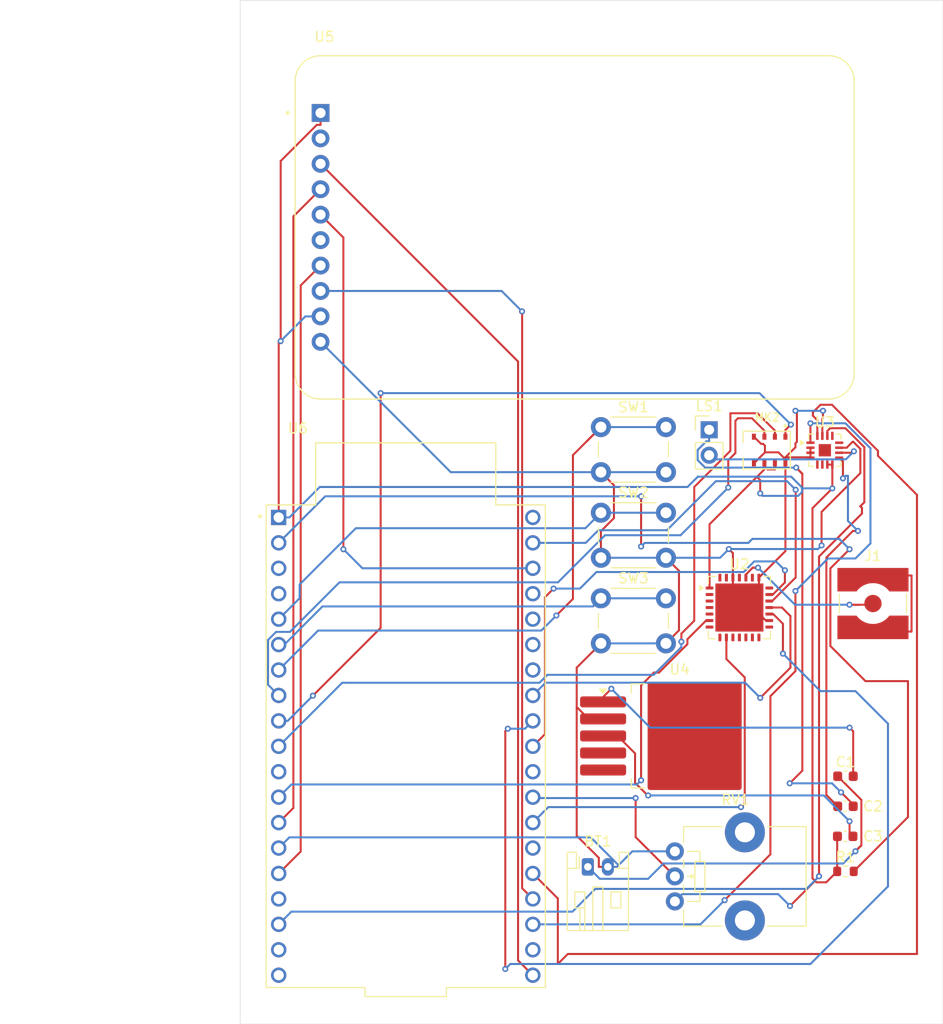
<source format=kicad_pcb>
(kicad_pcb (version 20241229) (generator "pcbnew") (generator_version "9.0")
  (layers (0 "F.Cu" signal) (2 "B.Cu" signal) (13 "F.Paste" user) (15 "B.Paste" user) (5 "F.SilkS" user "F.Silkscreen") (7 "B.SilkS" user "B.Silkscreen") (1 "F.Mask" user) (3 "B.Mask" user) (25 "Edge.Cuts" user))
  (net 0 "")
  (net 1 "GND")
  (net 2 "Net-(BT1-+)")
  (net 3 "Net-(U4-VI)")
  (net 4 "Net-(C2-Pad2)")
  (net 5 "Net-(U3-OUTP)")
  (net 6 "Net-(U4-VO)")
  (net 7 "+3V3")
  (net 8 "Net-(AE1-A)")
  (net 9 "Net-(U3-OUTN)")
  (net 10 "Net-(MK2-SD)")
  (net 11 "Net-(MK2-SCK)")
  (net 12 "Net-(MK2-WS)")
  (net 13 "Net-(U6-EN)")
  (net 14 "Net-(U6-IO16)")
  (net 15 "Net-(U6-IO32)")
  (net 16 "Net-(U6-IO34)")
  (net 17 "Net-(U6-IO35)")
  (net 18 "Net-(U2-MISO)")
  (net 19 "Net-(U2-NSS)")
  (net 20 "Net-(U2-SCK)")
  (net 21 "Net-(U2-~{RESET})")
  (net 22 "Net-(U2-DIO0)")
  (net 23 "Net-(U2-MOSI)")
  (net 24 "Net-(U3-DIN)")
  (net 25 "Net-(U3-BCLK)")
  (net 26 "Net-(U3-LRCLK)")
  (net 27 "Net-(U5-SCK)")
  (net 28 "Net-(U5-MOSI)")
  (net 30 "Net-(U5-TFT_CS)")
  (net 32 "Net-(U5-D{slash}C)")
  (net 33 "Net-(U5-RESET)")
  (net 65 "Net-(J1-In)")
  (footprint "Capacitor_SMD:C_0603_1608Metric" (layer "F.Cu") (at 186 119.75)
    (property "Reference" "C2")
    (property "Value" "100 nF")
  )
  (footprint "Connector_JST:JST_PH_S2B-PH-K_1x02_P2.00mm_Horizontal" (layer "F.Cu") (at 160.25 125.8)
    (property "Reference" "BT1")
    (property "Value" "LiPo 3.7V 2000mAh (Adafruit #2011)")
  )
  (footprint "Button_Switch_THT:SW_PUSH_6mm" (layer "F.Cu") (at 161.5575 90.43)
    (property "Reference" "SW2")
    (property "Value" "SW_Push")
  )
  (footprint "Capacitor_SMD:C_0603_1608Metric" (layer "F.Cu") (at 185.975 122.75)
    (property "Reference" "C3")
    (property "Value" "100 nF")
  )
  (footprint "358:MODULE_358" (layer "F.Cu") (at 158.9325 61.935)
    (property "Reference" "U5")
    (property "Value" "Industrial Monitor, Color LCD TFT, 1.8 in, 128 x 160, Panel Mount | Adafruit Industries 358")
  )
  (footprint "Package_DFN_QFN:TQFN-16-1EP_3x3mm_P0.5mm_EP1.23x1.23mm" (layer "F.Cu") (at 183.94 84.19)
    (property "Reference" "U3")
    (property "Value" "MAX98357A")
  )
  (footprint "Resistor_SMD:R_0603_1608Metric" (layer "F.Cu") (at 186 126.25)
    (property "Reference" "R1")
    (property "Value" "10 kΩ")
  )
  (footprint "Package_DFN_QFN:QFN-28-1EP_6x6mm_P0.65mm_EP4.8x4.8mm" (layer "F.Cu") (at 175.4 99.9)
    (property "Reference" "U2")
    (property "Value" "SX1272")
  )
  (footprint "PCM_Potentiometer_THT_AKL:Potentiometer_Bourns_PTV09A-1_Single_Vertical" (layer "F.Cu") (at 168.95 129.25)
    (property "Reference" "RV1")
    (property "Value" "R_Potentiometer" (hide yes))
  )
  (footprint "Button_Switch_THT:SW_PUSH_6mm" (layer "F.Cu") (at 161.5575 98.98)
    (property "Reference" "SW3")
    (property "Value" "SW_Push")
  )
  (footprint "Package_TO_SOT_SMD:TO-263-5_TabPin6" (layer "F.Cu") (at 169.425 112.725)
    (property "Reference" "U4")
    (property "Value" "MCP1826S")
  )
  (footprint "INMP441ACEZ-R7:MIC_INMP441ACEZ-R7" (layer "F.Cu") (at 178.13 84.17)
    (property "Reference" "MK2")
    (property "Value" "INMP441ACEZ-R7")
  )
  (footprint "Capacitor_SMD:C_0603_1608Metric" (layer "F.Cu") (at 186 116.75)
    (property "Reference" "C1")
    (property "Value" "10 µF")
  )
  (footprint "ESP32-DEVKITC:MODULE_ESP32-DEVKITC" (layer "F.Cu") (at 142.05 113.75)
    (property "Reference" "U6")
    (property "Value" "ESP32-DEVKITC V4")
  )
  (footprint "Connector_PinHeader_2.54mm:PinHeader_1x02_P2.54mm_Vertical" (layer "F.Cu") (at 172.3775 82.15)
    (property "Reference" "LS1")
    (property "Value" "Adafruit 1314 (8Ω 0.5W)")
  )
  (footprint "Button_Switch_THT:SW_PUSH_6mm" (layer "F.Cu") (at 161.5575 81.88)
    (property "Reference" "SW1")
    (property "Value" "SW_Push")
  )
  (footprint "Connector_Coaxial:SMA_Amphenol_132134-10_Vertical" (layer "F.Cu") (at 188.75 99.5)
    (property "Reference" "J1")
    (property "Value" "Conn_Coaxial")
  )
  (gr_line (start 180.5 100.75) (end 180.5 105.75) (stroke (width 0.2)) (layer "F.Cu") (net 18))
  (gr_line (start 180 107.25) (end 181 106.25) (stroke (width 0.2)) (layer "F.Cu") (net 24))
  (gr_line (start 181 106.25) (end 181 98.25) (stroke (width 0.2)) (layer "F.Cu") (net 24))
  (gr_line (start 181 80.25) (end 184 80.25) (stroke (width 0.2)) (layer "B.Cu") (net 1))
  (gr_rect (start 125.5 39.25) (end 195.75 141.5) (stroke (width 0.05)) (fill no) (layer "Edge.Cuts"))
  (segment (start 177.949 84.4014) (end 176.85 85.5) (width 0.2) (layer "F.Cu") (net 1))
  (segment (start 182.502 83.94) (end 182.502 84.0526) (width 0.2) (layer "F.Cu") (net 1))
  (segment (start 186.7051 83.3537) (end 186.1188 83.94) (width 0.2) (layer "F.Cu") (net 1))
  (segment (start 177.35 97.95) (end 177.35 96.9125) (width 0.2) (layer "F.Cu") (net 1))
  (segment (start 168.0575 94.93) (end 168.058 94.93) (width 0.2) (layer "F.Cu") (net 1))
  (segment (start 161.3021 103.7357) (end 161.3021 103.091) (width 0.2) (layer "F.Cu") (net 1))
  (segment (start 183.75 80.25) (end 183.75 81) (width 0.2) (layer "F.Cu") (net 1))
  (segment (start 174.75 96.9125) (end 174.75 94.465) (width 0.2) (layer "F.Cu") (net 1))
  (segment (start 168.0575 103.4795) (end 168.0575 103.48) (width 0.2) (layer "F.Cu") (net 1))
  (segment (start 178.3875 101.2) (end 178.0435 101.2) (width 0.2) (layer "F.Cu") (net 1))
  (segment (start 181.149 83.351) (end 181.149 80.399) (width 0.2) (layer "F.Cu") (net 1))
  (segment (start 161.775 111.025) (end 160.332 111.025) (width 0.2) (layer "F.Cu") (net 1))
  (segment (start 182.502 84.8983) (end 182.502 84.44) (width 0.2) (layer "F.Cu") (net 1))
  (segment (start 180 85.5) (end 180 94.2625) (width 0.2) (layer "F.Cu") (net 1))
  (segment (start 174.75 94.465) (end 174.3439 94.0589) (width 0.2) (layer "F.Cu") (net 1))
  (segment (start 177.765 83.5504) (end 177.949 83.7338) (width 0.2) (layer "F.Cu") (net 1))
  (segment (start 161.5575 94.93) (end 161.5575 92.2709) (width 0.2) (layer "F.Cu") (net 1))
  (segment (start 177.949 83.7338) (end 177.949 84.4014) (width 0.2) (layer "F.Cu") (net 1))
  (segment (start 168.058 103.479) (end 168.058 103.48) (width 0.2) (layer "F.Cu") (net 1))
  (segment (start 181 83.8983) (end 181 83.5) (width 0.2) (layer "F.Cu") (net 1))
  (segment (start 187.4875 86.4751) (end 187.4875 84.0535) (width 0.2) (layer "F.Cu") (net 1))
  (segment (start 182.502 83.9405) (end 182.5025 83.94) (width 0.2) (layer "F.Cu") (net 1))
  (segment (start 180 84.8983) (end 181 83.8983) (width 0.2) (layer "F.Cu") (net 1))
  (segment (start 159.137 109.83) (end 159.137 105.9) (width 0.2) (layer "F.Cu") (net 1))
  (segment (start 180 85.099) (end 180 85.5) (width 0.2) (layer "F.Cu") (net 1))
  (segment (start 161.1689 103.8689) (end 161.3021 103.7357) (width 0.2) (layer "F.Cu") (net 1))
  (segment (start 182.5025 84.44) (end 182.502 84.44) (width 0.2) (layer "F.Cu") (net 1))
  (segment (start 183.6126 93.6981) (end 183.6126 90.35) (width 0.2) (layer "F.Cu") (net 1))
  (segment (start 186.1188 83.94) (end 185.3775 83.94) (width 0.2) (layer "F.Cu") (net 1))
  (segment (start 183.69 81.06) (end 183.69 82.7525) (width 0.2) (layer "F.Cu") (net 1))
  (segment (start 168.058 103.478) (end 168.058 103.479) (width 0.2) (layer "F.Cu") (net 1))
  (segment (start 162.8592 90.9693) (end 162.8592 87.6817) (width 0.2) (layer "F.Cu") (net 1))
  (segment (start 180 85.099) (end 180 84.8983) (width 0.2) (layer "F.Cu") (net 1))
  (segment (start 177.56 83.5504) (end 177.765 83.5504) (width 0.2) (layer "F.Cu") (net 1))
  (segment (start 183.75 81) (end 183.69 81.06) (width 0.2) (layer "F.Cu") (net 1))
  (segment (start 174.75 99.25) (end 175.4 99.9) (width 0.2) (layer "F.Cu") (net 1))
  (segment (start 175.4 99.9) (end 177.35 97.95) (width 0.2) (layer "F.Cu") (net 1))
  (segment (start 168.058 94.93) (end 169.36 96.2327) (width 0.2) (layer "F.Cu") (net 1))
  (segment (start 162.8592 87.6817) (end 161.5575 86.38) (width 0.2) (layer "F.Cu") (net 1))
  (segment (start 174.75 96.9125) (end 174.75 99.25) (width 0.2) (layer "F.Cu") (net 1))
  (segment (start 159.137 105.9) (end 161.1689 103.8689) (width 0.2) (layer "F.Cu") (net 1))
  (segment (start 182.502 84.94) (end 182.502 84.8983) (width 0.2) (layer "F.Cu") (net 1))
  (segment (start 161.3021 103.091) (end 161.5575 102.8356) (width 0.2) (layer "F.Cu") (net 1))
  (segment (start 176.85 82.84) (end 177.56 83.5504) (width 0.2) (layer "F.Cu") (net 1))
  (segment (start 179.302 84.4014) (end 177.949 84.4014) (width 0.2) (layer "F.Cu") (net 1))
  (segment (start 180 94.2625) (end 177.35 96.9125) (width 0.2) (layer "F.Cu") (net 1))
  (segment (start 187.4875 84.0535) (end 186.7877 83.3537) (width 0.2) (layer "F.Cu") (net 1))
  (segment (start 161.5575 102.8356) (end 161.5575 103.48) (width 0.2) (layer "F.Cu") (net 1))
  (segment (start 160.332 111.025) (end 159.137 109.83) (width 0.2) (layer "F.Cu") (net 1))
  (segment (start 186.7877 83.3537) (end 186.7051 83.3537) (width 0.2) (layer "F.Cu") (net 1))
  (segment (start 180 85.099) (end 179.302 84.4014) (width 0.2) (layer "F.Cu") (net 1))
  (segment (start 169.36 96.2327) (end 169.36 102.175) (width 0.2) (layer "F.Cu") (net 1))
  (segment (start 162.25 125.8) (end 161.3483 125.8) (width 0.2) (layer "F.Cu") (net 1))
  (segment (start 159.137 122.687) (end 159.137 109.83) (width 0.2) (layer "F.Cu") (net 1))
  (segment (start 181.149 80.399) (end 181 80.25) (width 0.2) (layer "F.Cu") (net 1))
  (segment (start 183.6126 90.35) (end 187.4875 86.4751) (width 0.2) (layer "F.Cu") (net 1))
  (segment (start 161.5575 92.2709) (end 161.5576 92.2709) (width 0.2) (layer "F.Cu") (net 1))
  (segment (start 178.0435 101.2) (end 177.35 100.5065) (width 0.2) (layer "F.Cu") (net 1))
  (segment (start 182.502 84.0526) (end 182.502 84.44) (width 0.2) (layer "F.Cu") (net 1))
  (segment (start 182.502 84.8983) (end 180 84.8983) (width 0.2) (layer "F.Cu") (net 1))
  (segment (start 182.5025 84.94) (end 182.502 84.94) (width 0.2) (layer "F.Cu") (net 1))
  (segment (start 177.35 100.5065) (end 177.35 97.95) (width 0.2) (layer "F.Cu") (net 1))
  (segment (start 181 83.5) (end 181.149 83.351) (width 0.2) (layer "F.Cu") (net 1))
  (segment (start 182.502 84.0526) (end 182.502 83.9405) (width 0.2) (layer "F.Cu") (net 1))
  (segment (start 161.3483 125.8) (end 161.3483 124.8983) (width 0.2) (layer "F.Cu") (net 1))
  (segment (start 168.058 103.479) (end 168.0575 103.4795) (width 0.2) (layer "F.Cu") (net 1))
  (segment (start 161.5576 92.2709) (end 162.8592 90.9693) (width 0.2) (layer "F.Cu") (net 1))
  (segment (start 161.1689 103.8689) (end 161.558 103.48) (width 0.2) (layer "F.Cu") (net 1))
  (segment (start 169.36 102.175) (end 168.058 103.478) (width 0.2) (layer "F.Cu") (net 1))
  (segment (start 161.3483 124.8983) (end 159.137 122.687) (width 0.2) (layer "F.Cu") (net 1))
  (via (at 183.6126 93.6981) (size 0.6) (drill 0.3) (layers "F.Cu" "B.Cu") (net 1))
  (via (at 181 80.25) (size 0.6) (drill 0.3) (layers "F.Cu" "B.Cu") (net 1))
  (via (at 183.75 80.25) (size 0.6) (drill 0.3) (layers "F.Cu" "B.Cu") (net 1))
  (via (at 174.3439 94.0589) (size 0.6) (drill 0.3) (layers "F.Cu" "B.Cu") (net 1))
  (segment (start 162.25 125.8) (end 163.152 125.8) (width 0.2) (layer "B.Cu") (net 1))
  (segment (start 168.058 103.48) (end 161.558 103.48) (width 0.2) (layer "B.Cu") (net 1))
  (segment (start 183.2518 94.0589) (end 174.3439 94.0589) (width 0.2) (layer "B.Cu") (net 1))
  (segment (start 133.5325 73.365) (end 133.5323 73.3652) (width 0.2) (layer "B.Cu") (net 1))
  (segment (start 161.5575 94.93) (end 161.558 94.93) (width 0.2) (layer "B.Cu") (net 1))
  (segment (start 161.5575 86.38) (end 161.558 86.38) (width 0.2) (layer "B.Cu") (net 1))
  (segment (start 168.0575 86.38) (end 161.5575 86.38) (width 0.2) (layer "B.Cu") (net 1))
  (segment (start 163.3181 125.6339) (end 160.5375 122.8533) (width 0.2) (layer "B.Cu") (net 1))
  (segment (start 130.4167 122.8533) (end 129.35 123.92) (width 0.2) (layer "B.Cu") (net 1))
  (segment (start 161.5575 103.48) (end 161.558 103.48) (width 0.2) (layer "B.Cu") (net 1))
  (segment (start 173.4728 94.93) (end 174.3439 94.0589) (width 0.2) (layer "B.Cu") (net 1))
  (segment (start 160.5375 122.8533) (end 130.4167 122.8533) (width 0.2) (layer "B.Cu") (net 1))
  (segment (start 168.058 94.93) (end 173.4728 94.93) (width 0.2) (layer "B.Cu") (net 1))
  (segment (start 133.532 73.365) (end 133.5323 73.3652) (width 0.2) (layer "B.Cu") (net 1))
  (segment (start 161.558 94.93) (end 168.0575 94.93) (width 0.2) (layer "B.Cu") (net 1))
  (segment (start 146.548 86.38) (end 161.5575 86.38) (width 0.2) (layer "B.Cu") (net 1))
  (segment (start 133.5323 73.3652) (end 146.548 86.38) (width 0.2) (layer "B.Cu") (net 1))
  (segment (start 183.6126 93.6981) (end 183.2518 94.0589) (width 0.2) (layer "B.Cu") (net 1))
  (segment (start 164.702 124.25) (end 168.95 124.25) (width 0.2) (layer "B.Cu") (net 1))
  (segment (start 168.0575 94.93) (end 168.058 94.93) (width 0.2) (layer "B.Cu") (net 1))
  (segment (start 163.3181 125.6339) (end 164.702 124.25) (width 0.2) (layer "B.Cu") (net 1))
  (segment (start 163.152 125.8) (end 163.3181 125.6339) (width 0.2) (layer "B.Cu") (net 1))
  (segment (start 187.591 119.116) (end 187.591 123.646) (width 0.2) (layer "F.Cu") (net 2))
  (segment (start 187.591 123.646) (end 186.998 124.24) (width 0.2) (layer "F.Cu") (net 2))
  (segment (start 185.225 116.75) (end 187.591 119.116) (width 0.2) (layer "F.Cu") (net 2))
  (segment (start 187.591 123.646) (end 186.998 124.24) (width 0.2) (layer "F.Cu") (net 2))
  (segment (start 186.998 124.24) (end 187.591 123.646) (width 0.2) (layer "F.Cu") (net 2))
  (via (at 186.998 124.24) (size 0.6) (drill 0.3) (layers "F.Cu" "B.Cu") (net 2))
  (segment (start 185.775 125.463) (end 167.808 125.463) (width 0.2) (layer "B.Cu") (net 2))
  (segment (start 166.279 126.992) (end 161.442 126.992) (width 0.2) (layer "B.Cu") (net 2))
  (segment (start 161.442 126.992) (end 160.25 125.8) (width 0.2) (layer "B.Cu") (net 2))
  (segment (start 186.998 124.24) (end 185.775 125.463) (width 0.2) (layer "B.Cu") (net 2))
  (segment (start 167.808 125.463) (end 166.279 126.992) (width 0.2) (layer "B.Cu") (net 2))
  (segment (start 186.775 112.258) (end 186.41 111.893) (width 0.2) (layer "F.Cu") (net 3))
  (segment (start 161.775 108.836) (end 161.775 109.325) (width 0.2) (layer "F.Cu") (net 3))
  (segment (start 162.601 108.009) (end 161.775 108.836) (width 0.2) (layer "F.Cu") (net 3))
  (segment (start 186.775 116.75) (end 186.775 112.258) (width 0.2) (layer "F.Cu") (net 3))
  (via (at 162.601 108.009) (size 0.6) (drill 0.3) (layers "F.Cu" "B.Cu") (net 3))
  (via (at 186.41 111.893) (size 0.6) (drill 0.3) (layers "F.Cu" "B.Cu") (net 3))
  (segment (start 186.41 111.893) (end 166.484 111.893) (width 0.2) (layer "B.Cu") (net 3))
  (segment (start 166.484 111.893) (end 162.601 108.009) (width 0.2) (layer "B.Cu") (net 3))
  (segment (start 181.6926 86.5469) (end 181.073 85.9273) (width 0.2) (layer "F.Cu") (net 4))
  (segment (start 181.6926 116.189) (end 180.4254 117.4562) (width 0.2) (layer "F.Cu") (net 4))
  (segment (start 181.073 85.9273) (end 181.6926 86.5469) (width 0.2) (layer "F.Cu") (net 4))
  (segment (start 186.775 119.5703) (end 186.775 119.75) (width 0.2) (layer "F.Cu") (net 4))
  (segment (start 181.073 85.9273) (end 181.6926 86.5469) (width 0.2) (layer "F.Cu") (net 4))
  (segment (start 181.6926 86.5469) (end 181.6926 116.189) (width 0.2) (layer "F.Cu") (net 4))
  (segment (start 185.5616 118.3569) (end 186.775 119.5703) (width 0.2) (layer "F.Cu") (net 4))
  (via (at 185.5616 118.3569) (size 0.6) (drill 0.3) (layers "F.Cu" "B.Cu") (net 4))
  (via (at 181.073 85.9273) (size 0.6) (drill 0.3) (layers "F.Cu" "B.Cu") (net 4))
  (via (at 180.4254 117.4562) (size 0.6) (drill 0.3) (layers "F.Cu" "B.Cu") (net 4))
  (segment (start 172.3775 82.15) (end 172.3775 83.3017) (width 0.2) (layer "B.Cu") (net 4))
  (segment (start 172.0895 83.3017) (end 172.3775 83.3017) (width 0.2) (layer "B.Cu") (net 4))
  (segment (start 171.9787 85.9273) (end 171.2258 85.1744) (width 0.2) (layer "B.Cu") (net 4))
  (segment (start 180.4254 117.4562) (end 184.6609 117.4562) (width 0.2) (layer "B.Cu") (net 4))
  (segment (start 181.073 85.9273) (end 171.9787 85.9273) (width 0.2) (layer "B.Cu") (net 4))
  (segment (start 171.2258 84.1654) (end 172.0895 83.3017) (width 0.2) (layer "B.Cu") (net 4))
  (segment (start 171.2258 85.1744) (end 171.2258 84.1654) (width 0.2) (layer "B.Cu") (net 4))
  (segment (start 184.6609 117.4562) (end 185.5616 118.3569) (width 0.2) (layer "B.Cu") (net 4))
  (segment (start 184.25 94.75) (end 186.75 92.25) (width 0.2) (layer "F.Cu") (net 5))
  (segment (start 184.092798 118.617798) (end 184.092798 94.907202) (width 0.2) (layer "F.Cu") (net 5))
  (segment (start 185.75 85.3125) (end 185.3775 84.94) (width 0.2) (layer "F.Cu") (net 5))
  (segment (start 184.092798 94.907202) (end 184.25 94.75) (width 0.2) (layer "F.Cu") (net 5))
  (segment (start 185.75 87) (end 185.75 85.3125) (width 0.2) (layer "F.Cu") (net 5))
  (segment (start 185.225 119.75) (end 184.092798 118.617798) (width 0.2) (layer "F.Cu") (net 5))
  (segment (start 186.75 92.25) (end 187.25 92.25) (width 0.2) (layer "F.Cu") (net 5))
  (via (at 187.25 92.25) (size 0.6) (drill 0.3) (layers "F.Cu" "B.Cu") (net 5))
  (via (at 185.75 87) (size 0.6) (drill 0.3) (layers "F.Cu" "B.Cu") (net 5))
  (segment (start 186.25 91.25) (end 186.25 91) (width 0.2) (layer "B.Cu") (net 5))
  (segment (start 186 86.75) (end 185.75 87) (width 0.2) (layer "B.Cu") (net 5))
  (segment (start 186.25 86.75) (end 186 86.75) (width 0.2) (layer "B.Cu") (net 5))
  (segment (start 187.25 92.25) (end 186.25 91.25) (width 0.2) (layer "B.Cu") (net 5))
  (segment (start 186.25 91) (end 186.25 86.75) (width 0.2) (layer "B.Cu") (net 5))
  (segment (start 163.23 112.725) (end 164.97 114.465) (width 0.2) (layer "F.Cu") (net 6))
  (segment (start 186.41 122.41) (end 186.75 122.75) (width 0.2) (layer "F.Cu") (net 6))
  (segment (start 161.775 112.725) (end 163.23 112.725) (width 0.2) (layer "F.Cu") (net 6))
  (segment (start 186.41 121.25) (end 186.41 122.41) (width 0.2) (layer "F.Cu") (net 6))
  (segment (start 164.97 114.465) (end 164.97 117.405) (width 0.2) (layer "F.Cu") (net 6))
  (segment (start 166.231 118.666) (end 166.279 118.666) (width 0.2) (layer "F.Cu") (net 6))
  (segment (start 164.97 117.405) (end 166.231 118.666) (width 0.2) (layer "F.Cu") (net 6))
  (via (at 166.279 118.666) (size 0.6) (drill 0.3) (layers "F.Cu" "B.Cu") (net 6))
  (via (at 186.41 121.25) (size 0.6) (drill 0.3) (layers "F.Cu" "B.Cu") (net 6))
  (segment (start 183.826 118.666) (end 186.41 121.25) (width 0.2) (layer "B.Cu") (net 6))
  (segment (start 166.279 118.666) (end 183.826 118.666) (width 0.2) (layer "B.Cu") (net 6))
  (segment (start 129.547 73.293) (end 129.547 55.3089) (width 0.2) (layer "F.Cu") (net 7))
  (segment (start 182.7044 89.9832) (end 182.7044 126.9472) (width 0.2) (layer "F.Cu") (net 7))
  (segment (start 129.547 55.3089) (end 133.16 51.6957) (width 0.2) (layer "F.Cu") (net 7))
  (segment (start 172.412 94.7696) (end 172.4125 94.7701) (width 0.2) (layer "F.Cu") (net 7))
  (segment (start 178.95 86.1017) (end 178.201 86.1017) (width 0.2) (layer "F.Cu") (net 7))
  (segment (start 133.5325 50.505) (end 133.532 50.505) (width 0.2) (layer "F.Cu") (net 7))
  (segment (start 177.9 86.1017) (end 177.15 86.8516) (width 0.2) (layer "F.Cu") (net 7))
  (segment (start 184.0825 127.3425) (end 185.175 126.25) (width 0.2) (layer "F.Cu") (net 7))
  (segment (start 177.15 86.8516) (end 172.412 91.5892) (width 0.2) (layer "F.Cu") (net 7))
  (segment (start 133.16 51.6957) (end 133.532 51.6957) (width 0.2) (layer "F.Cu") (net 7))
  (segment (start 177.9 85.8008) (end 177.9 86.1017) (width 0.2) (layer "F.Cu") (net 7))
  (segment (start 185.175 122.775) (end 185.175 126.25) (width 0.2) (layer "F.Cu") (net 7))
  (segment (start 184.19 85.6275) (end 184.69 85.6275) (width 0.2) (layer "F.Cu") (net 7))
  (segment (start 178.201 86.1017) (end 177.9 85.8008) (width 0.2) (layer "F.Cu") (net 7))
  (segment (start 172.412 91.5892) (end 172.412 94.7696) (width 0.2) (layer "F.Cu") (net 7))
  (segment (start 182.7044 126.9472) (end 182.9615 127.2042) (width 0.2) (layer "F.Cu") (net 7))
  (segment (start 177.9 85.5) (end 177.9 85.8008) (width 0.2) (layer "F.Cu") (net 7))
  (segment (start 182.9615 127.2042) (end 180.4579 129.7078) (width 0.2) (layer "F.Cu") (net 7))
  (segment (start 129.35 90.9) (end 129.35 73.293) (width 0.2) (layer "F.Cu") (net 7))
  (segment (start 177.4818 88.5031) (end 177.4818 87.1834) (width 0.2) (layer "F.Cu") (net 7))
  (segment (start 129.35 73.293) (end 129.547 73.293) (width 0.2) (layer "F.Cu") (net 7))
  (segment (start 172.412 97.95) (end 172.412 94.7696) (width 0.2) (layer "F.Cu") (net 7))
  (segment (start 182.9615 127.2042) (end 183.0997 127.3425) (width 0.2) (layer "F.Cu") (net 7))
  (segment (start 185.2 122.75) (end 185.175 122.775) (width 0.2) (layer "F.Cu") (net 7))
  (segment (start 184.69 87.9976) (end 184.69 85.6275) (width 0.2) (layer "F.Cu") (net 7))
  (segment (start 172.4125 94.7701) (end 172.4125 97.95) (width 0.2) (layer "F.Cu") (net 7))
  (segment (start 183.0997 127.3425) (end 184.0825 127.3425) (width 0.2) (layer "F.Cu") (net 7))
  (segment (start 184.69 87.9976) (end 182.7044 89.9832) (width 0.2) (layer "F.Cu") (net 7))
  (segment (start 133.532 51.6957) (end 133.532 50.505) (width 0.2) (layer "F.Cu") (net 7))
  (segment (start 177.4818 87.1834) (end 177.15 86.8516) (width 0.2) (layer "F.Cu") (net 7))
  (segment (start 178.95 85.5) (end 178.95 86.1017) (width 0.2) (layer "F.Cu") (net 7))
  (via (at 180.4579 129.7078) (size 0.6) (drill 0.3) (layers "F.Cu" "B.Cu") (net 7))
  (via (at 129.547 73.293) (size 0.6) (drill 0.3) (layers "F.Cu" "B.Cu") (net 7))
  (via (at 184.69 87.9976) (size 0.6) (drill 0.3) (layers "F.Cu" "B.Cu") (net 7))
  (via (at 177.4818 88.5031) (size 0.6) (drill 0.3) (layers "F.Cu" "B.Cu") (net 7))
  (segment (start 177.4818 88.5031) (end 177.7256 88.7469) (width 0.2) (layer "B.Cu") (net 7))
  (segment (start 181.6574 88.3671) (end 181.6574 87.9976) (width 0.2) (layer "B.Cu") (net 7))
  (segment (start 180.4579 129.7078) (end 179.2744 128.5243) (width 0.2) (layer "B.Cu") (net 7))
  (segment (start 181.6574 87.9976) (end 184.69 87.9976) (width 0.2) (layer "B.Cu") (net 7))
  (segment (start 133.532 70.825) (end 132.015 70.825) (width 0.2) (layer "B.Cu") (net 7))
  (segment (start 181.6574 87.9078) (end 180.5775 86.8279) (width 0.2) (layer "B.Cu") (net 7))
  (segment (start 181.6574 87.9976) (end 181.6574 87.9078) (width 0.2) (layer "B.Cu") (net 7))
  (segment (start 179.2744 128.5243) (end 169.6757 128.5243) (width 0.2) (layer "B.Cu") (net 7))
  (segment (start 169.6757 128.5243) (end 168.95 129.25) (width 0.2) (layer "B.Cu") (net 7))
  (segment (start 177.7256 88.7469) (end 181.2776 88.7469) (width 0.2) (layer "B.Cu") (net 7))
  (segment (start 133.4555 87.8612) (end 130.4167 90.9) (width 0.2) (layer "B.Cu") (net 7))
  (segment (start 132.015 70.825) (end 129.547 73.293) (width 0.2) (layer "B.Cu") (net 7))
  (segment (start 171.2486 86.8279) (end 170.2153 87.8612) (width 0.2) (layer "B.Cu") (net 7))
  (segment (start 133.5325 70.825) (end 133.532 70.825) (width 0.2) (layer "B.Cu") (net 7))
  (segment (start 181.2776 88.7469) (end 181.6574 88.3671) (width 0.2) (layer "B.Cu") (net 7))
  (segment (start 180.5775 86.8279) (end 171.2486 86.8279) (width 0.2) (layer "B.Cu") (net 7))
  (segment (start 129.35 90.9) (end 130.4167 90.9) (width 0.2) (layer "B.Cu") (net 7))
  (segment (start 170.2153 87.8612) (end 133.4555 87.8612) (width 0.2) (layer "B.Cu") (net 7))
  (segment (start 188.75 102.3) (end 192.6067 102.3) (width 0.2) (layer "F.Cu") (net 8))
  (segment (start 188.75 96.7) (end 192.6067 96.7) (width 0.2) (layer "F.Cu") (net 8))
  (segment (start 192.6067 102.3) (end 192.6067 96.7) (width 0.2) (layer "F.Cu") (net 8))
  (segment (start 186.844 84.2969) (end 186.701 84.44) (width 0.2) (layer "F.Cu") (net 9))
  (segment (start 185.378 84.44) (end 186.701 84.44) (width 0.2) (layer "F.Cu") (net 9))
  (segment (start 186.701 84.44) (end 186.844 84.2969) (width 0.2) (layer "F.Cu") (net 9))
  (segment (start 185.3775 84.44) (end 185.378 84.44) (width 0.2) (layer "F.Cu") (net 9))
  (segment (start 186.701 84.44) (end 186.844 84.2969) (width 0.2) (layer "F.Cu") (net 9))
  (via (at 186.844 84.2969) (size 0.6) (drill 0.3) (layers "F.Cu" "B.Cu") (net 9))
  (segment (start 172.378 84.69) (end 172.583 84.8951) (width 0.2) (layer "B.Cu") (net 9))
  (segment (start 172.583 84.8951) (end 172.5826 84.8951) (width 0.2) (layer "B.Cu") (net 9))
  (segment (start 172.788 85.1002) (end 186.041 85.1002) (width 0.2) (layer "B.Cu") (net 9))
  (segment (start 172.583 84.8951) (end 172.788 85.1002) (width 0.2) (layer "B.Cu") (net 9))
  (segment (start 186.041 85.1002) (end 186.844 84.2969) (width 0.2) (layer "B.Cu") (net 9))
  (segment (start 172.5826 84.8951) (end 172.3775 84.69) (width 0.2) (layer "B.Cu") (net 9))
  (segment (start 170.889 101.214) (end 169.601 102.502) (width 0.2) (layer "F.Cu") (net 10))
  (segment (start 170.889 87.8559) (end 170.889 101.214) (width 0.2) (layer "F.Cu") (net 10))
  (segment (start 177.2114 80.5) (end 178.548 81.8366) (width 0.2) (layer "F.Cu") (net 10))
  (segment (start 178.95 82.2383) (end 178.548 81.8366) (width 0.2) (layer "F.Cu") (net 10))
  (segment (start 174.5 80.5) (end 177.2114 80.5) (width 0.2) (layer "F.Cu") (net 10))
  (segment (start 178.95 82.84) (end 178.95 82.2383) (width 0.2) (layer "F.Cu") (net 10))
  (segment (start 169.601 102.502) (end 169.601 103.31) (width 0.2) (layer "F.Cu") (net 10))
  (segment (start 170.889 87.8559) (end 174.5 84.2449) (width 0.2) (layer "F.Cu") (net 10))
  (segment (start 174.5 84.2449) (end 174.5 80.5) (width 0.2) (layer "F.Cu") (net 10))
  (via (at 169.601 103.31) (size 0.6) (drill 0.3) (layers "F.Cu" "B.Cu") (net 10))
  (segment (start 169.601 103.31) (end 169.601 103.85) (width 0.2) (layer "B.Cu") (net 10))
  (segment (start 169.601 103.85) (end 166.831 106.62) (width 0.2) (layer "B.Cu") (net 10))
  (segment (start 156.211 106.62) (end 155.42 107.41) (width 0.2) (layer "B.Cu") (net 10))
  (segment (start 166.831 106.62) (end 156.211 106.62) (width 0.2) (layer "B.Cu") (net 10))
  (segment (start 135.7 107.41) (end 129.35 113.76) (width 0.2) (layer "B.Cu") (net 10))
  (segment (start 155.42 107.41) (end 135.7 107.41) (width 0.2) (layer "B.Cu") (net 10))
  (segment (start 139.5388 101.9298) (end 139.5388 78.4884) (width 0.2) (layer "F.Cu") (net 11))
  (segment (start 180.548 81.628) (end 180 82.176) (width 0.2) (layer "F.Cu") (net 11))
  (segment (start 132.7662 108.7024) (end 139.5388 101.9298) (width 0.2) (layer "F.Cu") (net 11))
  (segment (start 180 82.176) (end 180 82.84) (width 0.2) (layer "F.Cu") (net 11))
  (via (at 139.5388 78.4884) (size 0.6) (drill 0.3) (layers "F.Cu" "B.Cu") (net 11))
  (via (at 132.7662 108.7024) (size 0.6) (drill 0.3) (layers "F.Cu" "B.Cu") (net 11))
  (via (at 180.548 81.628) (size 0.6) (drill 0.3) (layers "F.Cu" "B.Cu") (net 11))
  (segment (start 139.5388 78.4884) (end 177.4084 78.4884) (width 0.2) (layer "B.Cu") (net 11))
  (segment (start 129.35 111.22) (end 130.2486 111.22) (width 0.2) (layer "B.Cu") (net 11))
  (segment (start 177.4084 78.4884) (end 180.548 81.628) (width 0.2) (layer "B.Cu") (net 11))
  (segment (start 130.2486 111.22) (end 132.7662 108.7024) (width 0.2) (layer "B.Cu") (net 11))
  (segment (start 176.6617 81) (end 177.9 82.2383) (width 0.2) (layer "F.Cu") (net 12))
  (segment (start 177.9 82.2383) (end 177.9 82.84) (width 0.2) (layer "F.Cu") (net 12))
  (segment (start 174.286 85.1862) (end 175 84.4722) (width 0.2) (layer "F.Cu") (net 12))
  (segment (start 175 84.4722) (end 175 81.25) (width 0.2) (layer "F.Cu") (net 12))
  (segment (start 175 81.25) (end 175.25 81) (width 0.2) (layer "F.Cu") (net 12))
  (segment (start 175.25 81) (end 176.6617 81) (width 0.2) (layer "F.Cu") (net 12))
  (segment (start 174.286 87.9194) (end 174.286 85.1862) (width 0.2) (layer "F.Cu") (net 12))
  (via (at 174.286 87.9194) (size 0.6) (drill 0.3) (layers "F.Cu" "B.Cu") (net 12))
  (segment (start 157.264 97.3826) (end 161.967 92.68) (width 0.2) (layer "B.Cu") (net 12))
  (segment (start 130.479 102.33) (end 135.426 97.3826) (width 0.2) (layer "B.Cu") (net 12))
  (segment (start 129.092 102.33) (end 130.479 102.33) (width 0.2) (layer "B.Cu") (net 12))
  (segment (start 129.35 108.68) (end 128.283 107.613) (width 0.2) (layer "B.Cu") (net 12))
  (segment (start 169.525 92.68) (end 174.286 87.9194) (width 0.2) (layer "B.Cu") (net 12))
  (segment (start 135.426 97.3826) (end 157.264 97.3826) (width 0.2) (layer "B.Cu") (net 12))
  (segment (start 161.967 92.68) (end 169.525 92.68) (width 0.2) (layer "B.Cu") (net 12))
  (segment (start 128.283 107.613) (end 128.283 103.139) (width 0.2) (layer "B.Cu") (net 12))
  (segment (start 128.283 103.139) (end 129.092 102.33) (width 0.2) (layer "B.Cu") (net 12))
  (segment (start 188 107.25) (end 184.493798 103.743798) (width 0.2) (layer "F.Cu") (net 13))
  (segment (start 165.5734 93.805) (end 165.5734 88.7964) (width 0.2) (layer "F.Cu") (net 13))
  (segment (start 186.825 126.25) (end 192.25 120.825) (width 0.2) (layer "F.Cu") (net 13))
  (segment (start 184.493798 103.743798) (end 184.493798 95.993602) (width 0.2) (layer "F.Cu") (net 13))
  (segment (start 184.493798 95.993602) (end 186.41 94.0774) (width 0.2) (layer "F.Cu") (net 13))
  (segment (start 192.25 120.825) (end 192.25 107.25) (width 0.2) (layer "F.Cu") (net 13))
  (segment (start 192.25 107.25) (end 188 107.25) (width 0.2) (layer "F.Cu") (net 13))
  (segment (start 165.5734 88.7964) (end 165.5774 88.7924) (width 0.2) (layer "F.Cu") (net 13))
  (via (at 186.41 94.0774) (size 0.6) (drill 0.3) (layers "F.Cu" "B.Cu") (net 13))
  (via (at 165.5774 88.7924) (size 0.6) (drill 0.3) (layers "F.Cu" "B.Cu") (net 13))
  (via (at 165.5734 93.805) (size 0.6) (drill 0.3) (layers "F.Cu" "B.Cu") (net 13))
  (segment (start 176.4571 93.2792) (end 176.2908 93.4455) (width 0.2) (layer "B.Cu") (net 13))
  (segment (start 176.6925 93.0438) (end 176.4571 93.2792) (width 0.2) (layer "B.Cu") (net 13))
  (segment (start 129.35 93.44) (end 133.9976 88.7924) (width 0.2) (layer "B.Cu") (net 13))
  (segment (start 165.9329 93.4455) (end 165.5734 93.805) (width 0.2) (layer "B.Cu") (net 13))
  (segment (start 133.9976 88.7924) (end 165.5774 88.7924) (width 0.2) (layer "B.Cu") (net 13))
  (segment (start 186.41 94.0774) (end 185.3764 93.0438) (width 0.2) (layer "B.Cu") (net 13))
  (segment (start 185.3764 93.0438) (end 176.6925 93.0438) (width 0.2) (layer "B.Cu") (net 13))
  (segment (start 176.2908 93.4455) (end 165.9329 93.4455) (width 0.2) (layer "B.Cu") (net 13))
  (segment (start 176.4571 93.2792) (end 176.2908 93.4455) (width 0.2) (layer "B.Cu") (net 13))
  (segment (start 165.0274 122.8274) (end 165.0274 118.9287) (width 0.2) (layer "F.Cu") (net 14))
  (segment (start 168.95 126.75) (end 165.0274 122.8274) (width 0.2) (layer "F.Cu") (net 14))
  (via (at 165.0274 118.9287) (size 0.6) (drill 0.3) (layers "F.Cu" "B.Cu") (net 14))
  (segment (start 165.0274 118.9287) (end 154.8387 118.9287) (width 0.2) (layer "B.Cu") (net 14))
  (segment (start 154.8387 118.9287) (end 154.75 118.84) (width 0.2) (layer "B.Cu") (net 14))
  (segment (start 158.759 99.038) (end 157.1018 100.6952) (width 0.2) (layer "F.Cu") (net 15))
  (segment (start 160.1585 83.2792) (end 158.759 84.6784) (width 0.2) (layer "F.Cu") (net 15))
  (segment (start 160.1585 83.2792) (end 161.558 81.88) (width 0.2) (layer "F.Cu") (net 15))
  (segment (start 160.1585 83.2792) (end 161.5575 81.8802) (width 0.2) (layer "F.Cu") (net 15))
  (segment (start 158.759 84.6784) (end 158.759 99.038) (width 0.2) (layer "F.Cu") (net 15))
  (segment (start 161.5575 81.8802) (end 161.5575 81.88) (width 0.2) (layer "F.Cu") (net 15))
  (via (at 157.1018 100.6952) (size 0.6) (drill 0.3) (layers "F.Cu" "B.Cu") (net 15))
  (segment (start 161.5575 81.88) (end 161.558 81.88) (width 0.2) (layer "B.Cu") (net 15))
  (segment (start 133.2926 102.1974) (end 155.5996 102.1974) (width 0.2) (layer "B.Cu") (net 15))
  (segment (start 161.558 81.88) (end 168.0575 81.88) (width 0.2) (layer "B.Cu") (net 15))
  (segment (start 168.0575 81.88) (end 168.058 81.88) (width 0.2) (layer "B.Cu") (net 15))
  (segment (start 155.5996 102.1974) (end 157.1018 100.6952) (width 0.2) (layer "B.Cu") (net 15))
  (segment (start 129.35 106.14) (end 133.2926 102.1974) (width 0.2) (layer "B.Cu") (net 15))
  (segment (start 161.5575 90.43) (end 161.5576 90.43) (width 0.2) (layer "B.Cu") (net 16))
  (segment (start 161.5578 90.4302) (end 161.558 90.43) (width 0.2) (layer "B.Cu") (net 16))
  (segment (start 161.558 90.43) (end 168.0575 90.43) (width 0.2) (layer "B.Cu") (net 16))
  (segment (start 137.058 91.98) (end 160.008 91.98) (width 0.2) (layer "B.Cu") (net 16))
  (segment (start 168.0575 90.43) (end 168.058 90.43) (width 0.2) (layer "B.Cu") (net 16))
  (segment (start 129.35 101.06) (end 131.445 98.9654) (width 0.2) (layer "B.Cu") (net 16))
  (segment (start 161.5576 90.43) (end 161.5578 90.4302) (width 0.2) (layer "B.Cu") (net 16))
  (segment (start 160.008 91.98) (end 161.5578 90.4302) (width 0.2) (layer "B.Cu") (net 16))
  (segment (start 131.445 97.5932) (end 137.058 91.98) (width 0.2) (layer "B.Cu") (net 16))
  (segment (start 131.445 98.9654) (end 131.445 97.5932) (width 0.2) (layer "B.Cu") (net 16))
  (segment (start 161.5575 98.98) (end 161.5576 98.98) (width 0.2) (layer "B.Cu") (net 17))
  (segment (start 133.728 99.79) (end 160.748 99.79) (width 0.2) (layer "B.Cu") (net 17))
  (segment (start 129.918 103.6) (end 133.728 99.79) (width 0.2) (layer "B.Cu") (net 17))
  (segment (start 161.5578 98.9802) (end 161.558 98.98) (width 0.2) (layer "B.Cu") (net 17))
  (segment (start 160.748 99.79) (end 161.5578 98.9802) (width 0.2) (layer "B.Cu") (net 17))
  (segment (start 168.0575 98.98) (end 168.058 98.98) (width 0.2) (layer "B.Cu") (net 17))
  (segment (start 129.35 103.6) (end 129.918 103.6) (width 0.2) (layer "B.Cu") (net 17))
  (segment (start 161.558 98.98) (end 168.0575 98.98) (width 0.2) (layer "B.Cu") (net 17))
  (segment (start 161.5576 98.98) (end 161.5578 98.9802) (width 0.2) (layer "B.Cu") (net 17))
  (segment (start 178.658 99.9) (end 178.388 99.9) (width 0.2) (layer "F.Cu") (net 18))
  (segment (start 180.5 105.905) (end 177.482 108.923) (width 0.2) (layer "F.Cu") (net 18))
  (segment (start 179.65 99.9) (end 178.3875 99.9) (width 0.2) (layer "F.Cu") (net 18))
  (segment (start 180.5 105.75) (end 180.5 105.905) (width 0.2) (layer "F.Cu") (net 18))
  (segment (start 178.3875 99.9) (end 178.388 99.9) (width 0.2) (layer "F.Cu") (net 18))
  (segment (start 180.5 100.75) (end 179.65 99.9) (width 0.2) (layer "F.Cu") (net 18))
  (via (at 177.482 108.923) (size 0.6) (drill 0.3) (layers "F.Cu" "B.Cu") (net 18))
  (segment (start 175.964 107.405) (end 177.482 108.923) (width 0.2) (layer "B.Cu") (net 18))
  (segment (start 156.025 107.405) (end 175.964 107.405) (width 0.2) (layer "B.Cu") (net 18))
  (segment (start 154.75 108.68) (end 156.025 107.405) (width 0.2) (layer "B.Cu") (net 18))
  (segment (start 155.9665 98.8665) (end 156.8261 98.0069) (width 0.2) (layer "F.Cu") (net 19))
  (segment (start 179.9464 96.1822) (end 179.9464 97.3933) (width 0.2) (layer "F.Cu") (net 19))
  (segment (start 154.75 113.76) (end 155.9665 112.5435) (width 0.2) (layer "F.Cu") (net 19))
  (segment (start 179.9464 97.3933) (end 178.7397 98.6) (width 0.2) (layer "F.Cu") (net 19))
  (segment (start 155.9665 112.5435) (end 155.9665 98.8665) (width 0.2) (layer "F.Cu") (net 19))
  (segment (start 178.7397 98.6) (end 178.3875 98.6) (width 0.2) (layer "F.Cu") (net 19))
  (via (at 179.9464 96.1822) (size 0.6) (drill 0.3) (layers "F.Cu" "B.Cu") (net 19))
  (via (at 156.8261 98.0069) (size 0.6) (drill 0.3) (layers "F.Cu" "B.Cu") (net 19))
  (segment (start 161.1174 96.3519) (end 175.8299 96.3519) (width 0.2) (layer "B.Cu") (net 19))
  (segment (start 176.8874 95.2944) (end 179.0586 95.2944) (width 0.2) (layer "B.Cu") (net 19))
  (segment (start 175.8299 96.3519) (end 176.8874 95.2944) (width 0.2) (layer "B.Cu") (net 19))
  (segment (start 156.8261 98.0069) (end 159.4624 98.0069) (width 0.2) (layer "B.Cu") (net 19))
  (segment (start 179.0586 95.2944) (end 179.9464 96.1822) (width 0.2) (layer "B.Cu") (net 19))
  (segment (start 159.4624 98.0069) (end 161.1174 96.3519) (width 0.2) (layer "B.Cu") (net 19))
  (segment (start 178.3875 100.55) (end 178.774999 100.55) (width 0.2) (layer "F.Cu") (net 20))
  (segment (start 179.75 101.525001) (end 179.75 104.5) (width 0.2) (layer "F.Cu") (net 20))
  (segment (start 152 136) (end 152 112.25) (width 0.2) (layer "F.Cu") (net 20))
  (segment (start 152 112.25) (end 152.25 112) (width 0.2) (layer "F.Cu") (net 20))
  (segment (start 178.774999 100.55) (end 179.75 101.525001) (width 0.2) (layer "F.Cu") (net 20))
  (via (at 179.75 104.5) (size 0.6) (drill 0.3) (layers "F.Cu" "B.Cu") (net 20))
  (via (at 152 136) (size 0.6) (drill 0.3) (layers "F.Cu" "B.Cu") (net 20))
  (via (at 152.25 112) (size 0.6) (drill 0.3) (layers "F.Cu" "B.Cu") (net 20))
  (segment (start 190.25 127.75) (end 182.5 135.5) (width 0.2) (layer "B.Cu") (net 20))
  (segment (start 190.25 111.5) (end 190.25 127.75) (width 0.2) (layer "B.Cu") (net 20))
  (segment (start 179.75 104.5) (end 183.5 108.25) (width 0.2) (layer "B.Cu") (net 20))
  (segment (start 152.5 135.5) (end 152 136) (width 0.2) (layer "B.Cu") (net 20))
  (segment (start 183.5 108.25) (end 187 108.25) (width 0.2) (layer "B.Cu") (net 20))
  (segment (start 152.25 112) (end 153.97 112) (width 0.2) (layer "B.Cu") (net 20))
  (segment (start 182.5 135.5) (end 152.5 135.5) (width 0.2) (layer "B.Cu") (net 20))
  (segment (start 187 108.25) (end 190.25 111.5) (width 0.2) (layer "B.Cu") (net 20))
  (segment (start 153.97 112) (end 154.75 111.22) (width 0.2) (layer "B.Cu") (net 20))
  (segment (start 165.572 117.156) (end 165.572 107.683) (width 0.2) (layer "F.Cu") (net 21))
  (segment (start 167.367 106.395) (end 170.203 103.559) (width 0.2) (layer "F.Cu") (net 21))
  (segment (start 172.4125 101.2) (end 172.412 101.2) (width 0.2) (layer "F.Cu") (net 21))
  (segment (start 170.203 103.066) (end 172.068 101.2) (width 0.2) (layer "F.Cu") (net 21))
  (segment (start 170.203 103.559) (end 170.203 103.066) (width 0.2) (layer "F.Cu") (net 21))
  (segment (start 166.86 106.395) (end 167.367 106.395) (width 0.2) (layer "F.Cu") (net 21))
  (segment (start 165.572 107.683) (end 166.86 106.395) (width 0.2) (layer "F.Cu") (net 21))
  (segment (start 172.068 101.2) (end 172.412 101.2) (width 0.2) (layer "F.Cu") (net 21))
  (via (at 165.572 117.156) (size 0.6) (drill 0.3) (layers "F.Cu" "B.Cu") (net 21))
  (segment (start 165.158 117.57) (end 130.62 117.57) (width 0.2) (layer "B.Cu") (net 21))
  (segment (start 130.62 117.57) (end 129.35 118.84) (width 0.2) (layer "B.Cu") (net 21))
  (segment (start 165.572 117.156) (end 165.158 117.57) (width 0.2) (layer "B.Cu") (net 21))
  (segment (start 175.558 119.833) (end 175.933 119.457) (width 0.2) (layer "F.Cu") (net 22))
  (segment (start 175.933 106.882) (end 174.1 105.049) (width 0.2) (layer "F.Cu") (net 22))
  (segment (start 175.933 119.457) (end 175.933 106.882) (width 0.2) (layer "F.Cu") (net 22))
  (segment (start 174.1 105.049) (end 174.1 102.888) (width 0.2) (layer "F.Cu") (net 22))
  (segment (start 174.1 102.8875) (end 174.1 102.888) (width 0.2) (layer "F.Cu") (net 22))
  (via (at 175.558 119.833) (size 0.6) (drill 0.3) (layers "F.Cu" "B.Cu") (net 22))
  (segment (start 156.297 119.833) (end 175.558 119.833) (width 0.2) (layer "B.Cu") (net 22))
  (segment (start 154.75 121.38) (end 156.297 119.833) (width 0.2) (layer "B.Cu") (net 22))
  (segment (start 178.675 99.25) (end 181.023 96.9024) (width 0.2) (layer "F.Cu") (net 23))
  (segment (start 178.388 99.25) (end 178.675 99.25) (width 0.2) (layer "F.Cu") (net 23))
  (segment (start 181.023 96.9024) (end 181.023 88.139) (width 0.2) (layer "F.Cu") (net 23))
  (segment (start 178.3875 99.25) (end 178.388 99.25) (width 0.2) (layer "F.Cu") (net 23))
  (via (at 181.023 88.139) (size 0.6) (drill 0.3) (layers "F.Cu" "B.Cu") (net 23))
  (segment (start 180.167 87.2826) (end 173.046 87.2826) (width 0.2) (layer "B.Cu") (net 23))
  (segment (start 181.023 88.139) (end 180.167 87.2826) (width 0.2) (layer "B.Cu") (net 23))
  (segment (start 173.046 87.2826) (end 168.148 92.18) (width 0.2) (layer "B.Cu") (net 23))
  (segment (start 168.148 92.18) (end 161.302 92.18) (width 0.2) (layer "B.Cu") (net 23))
  (segment (start 161.302 92.18) (end 160.042 93.44) (width 0.2) (layer "B.Cu") (net 23))
  (segment (start 160.042 93.44) (end 154.75 93.44) (width 0.2) (layer "B.Cu") (net 23))
  (segment (start 182.5 83.4375) (end 182.5025 83.44) (width 0.2) (layer "F.Cu") (net 24))
  (segment (start 178.5 124.549) (end 178.5 108.75) (width 0.2) (layer "F.Cu") (net 24))
  (segment (start 182.5 81.5) (end 182.5 83.4375) (width 0.2) (layer "F.Cu") (net 24))
  (segment (start 173.923 129.126) (end 178.5 124.549) (width 0.2) (layer "F.Cu") (net 24))
  (segment (start 178.5 108.75) (end 180 107.25) (width 0.2) (layer "F.Cu") (net 24))
  (via (at 182.5 81.5) (size 0.6) (drill 0.3) (layers "F.Cu" "B.Cu") (net 24))
  (via (at 173.923 129.126) (size 0.6) (drill 0.3) (layers "F.Cu" "B.Cu") (net 24))
  (via (at 181 98.25) (size 0.6) (drill 0.3) (layers "F.Cu" "B.Cu") (net 24))
  (segment (start 184.25 95) (end 187 95) (width 0.2) (layer "B.Cu") (net 24))
  (segment (start 181 98.25) (end 184.25 95) (width 0.2) (layer "B.Cu") (net 24))
  (segment (start 173.923 129.126) (end 171.509 131.54) (width 0.2) (layer "B.Cu") (net 24))
  (segment (start 188.5 93.5) (end 188.5 84) (width 0.2) (layer "B.Cu") (net 24))
  (segment (start 186 81.5) (end 182.5 81.5) (width 0.2) (layer "B.Cu") (net 24))
  (segment (start 171.509 131.54) (end 154.75 131.54) (width 0.2) (layer "B.Cu") (net 24))
  (segment (start 188.5 84) (end 186 81.5) (width 0.2) (layer "B.Cu") (net 24))
  (segment (start 187 95) (end 188.5 93.5) (width 0.2) (layer "B.Cu") (net 24))
  (segment (start 157.25 128.96) (end 154.75 126.46) (width 0.2) (layer "F.Cu") (net 25))
  (segment (start 158.25 134.5) (end 157.25 135.5) (width 0.2) (layer "F.Cu") (net 25))
  (segment (start 183.19 81.19) (end 182.75 80.75) (width 0.2) (layer "F.Cu") (net 25))
  (segment (start 193.149 134.5) (end 158.25 134.5) (width 0.2) (layer "F.Cu") (net 25))
  (segment (start 193.149 88.649) (end 193.149 134.5) (width 0.2) (layer "F.Cu") (net 25))
  (segment (start 184.649 79.649) (end 189.25 84.25) (width 0.2) (layer "F.Cu") (net 25))
  (segment (start 183.19 82.7525) (end 183.19 81.19) (width 0.2) (layer "F.Cu") (net 25))
  (segment (start 182.75 80.400057) (end 183.501057 79.649) (width 0.2) (layer "F.Cu") (net 25))
  (segment (start 182.75 80.75) (end 182.75 80.400057) (width 0.2) (layer "F.Cu") (net 25))
  (segment (start 189.25 84.25) (end 189.25 84.75) (width 0.2) (layer "F.Cu") (net 25))
  (segment (start 157.25 135.5) (end 157.25 128.96) (width 0.2) (layer "F.Cu") (net 25))
  (segment (start 189.25 84.75) (end 193.149 88.649) (width 0.2) (layer "F.Cu") (net 25))
  (segment (start 183.501057 79.649) (end 184.649 79.649) (width 0.2) (layer "F.Cu") (net 25))
  (segment (start 184.19 82.2649) (end 184.19 82.7525) (width 0.2) (layer "F.Cu") (net 26))
  (segment (start 184.4613 81.9936) (end 184.19 82.2649) (width 0.2) (layer "F.Cu") (net 26))
  (segment (start 187.8892 83.8872) (end 185.9956 81.9936) (width 0.2) (layer "F.Cu") (net 26))
  (segment (start 183.36 94.8017) (end 187.6523 90.5094) (width 0.2) (layer "F.Cu") (net 26))
  (segment (start 187.6523 90.5094) (end 187.6523 89.9525) (width 0.2) (layer "F.Cu") (net 26))
  (segment (start 185.9956 81.9936) (end 184.4613 81.9936) (width 0.2) (layer "F.Cu") (net 26))
  (segment (start 183.36 126.739) (end 183.36 94.8017) (width 0.2) (layer "F.Cu") (net 26))
  (segment (start 187.6523 89.9525) (end 187.4875 89.7877) (width 0.2) (layer "F.Cu") (net 26))
  (segment (start 187.4875 89.7877) (end 187.8892 89.386) (width 0.2) (layer "F.Cu") (net 26))
  (segment (start 187.8892 89.386) (end 187.8892 83.8872) (width 0.2) (layer "F.Cu") (net 26))
  (segment (start 187.6523 89.9525) (end 187.4875 89.7877) (width 0.2) (layer "F.Cu") (net 26))
  (via (at 183.36 126.739) (size 0.6) (drill 0.3) (layers "F.Cu" "B.Cu") (net 26))
  (segment (start 182.099 128) (end 160.986 128) (width 0.2) (layer "B.Cu") (net 26))
  (segment (start 158.716 130.27) (end 130.62 130.27) (width 0.2) (layer "B.Cu") (net 26))
  (segment (start 130.62 130.27) (end 129.35 131.54) (width 0.2) (layer "B.Cu") (net 26))
  (segment (start 183.36 126.739) (end 182.099 128) (width 0.2) (layer "B.Cu") (net 26))
  (segment (start 160.986 128) (end 158.716 130.27) (width 0.2) (layer "B.Cu") (net 26))
  (segment (start 133.9525 56.005) (end 133.9525 56.0055) (width 0.2) (layer "F.Cu") (net 27))
  (segment (start 153.275 135.145) (end 154.75 136.62) (width 0.2) (layer "F.Cu") (net 27))
  (segment (start 133.532 55.585) (end 133.9525 56.0055) (width 0.2) (layer "F.Cu") (net 27))
  (segment (start 153.275 75.3277) (end 153.275 135.145) (width 0.2) (layer "F.Cu") (net 27))
  (segment (start 133.9525 56.0055) (end 153.275 75.3277) (width 0.2) (layer "F.Cu") (net 27))
  (segment (start 133.5325 55.585) (end 133.9525 56.005) (width 0.2) (layer "F.Cu") (net 27))
  (segment (start 130.818 119.912) (end 130.818 60.8392) (width 0.2) (layer "F.Cu") (net 28))
  (segment (start 130.818 60.8392) (end 133.532 58.125) (width 0.2) (layer "F.Cu") (net 28))
  (segment (start 133.5325 58.125) (end 133.532 58.125) (width 0.2) (layer "F.Cu") (net 28))
  (segment (start 129.35 121.38) (end 130.818 119.912) (width 0.2) (layer "F.Cu") (net 28))
  (segment (start 135.816 62.9489) (end 135.816 94.0774) (width 0.2) (layer "F.Cu") (net 30))
  (segment (start 133.532 60.665) (end 133.5323 60.6652) (width 0.2) (layer "F.Cu") (net 30))
  (segment (start 133.5323 60.6652) (end 135.816 62.9489) (width 0.2) (layer "F.Cu") (net 30))
  (segment (start 133.5325 60.665) (end 133.5323 60.6652) (width 0.2) (layer "F.Cu") (net 30))
  (via (at 135.816 94.0774) (size 0.6) (drill 0.3) (layers "F.Cu" "B.Cu") (net 30))
  (segment (start 135.816 94.0774) (end 137.719 95.98) (width 0.2) (layer "B.Cu") (net 30))
  (segment (start 137.719 95.98) (end 154.75 95.98) (width 0.2) (layer "B.Cu") (net 30))
  (segment (start 129.35 126.46) (end 131.546 124.264) (width 0.2) (layer "F.Cu") (net 32))
  (segment (start 131.546 124.264) (end 131.546 67.7312) (width 0.2) (layer "F.Cu") (net 32))
  (segment (start 131.546 67.7312) (end 133.532 65.745) (width 0.2) (layer "F.Cu") (net 32))
  (segment (start 133.5325 65.745) (end 133.532 65.745) (width 0.2) (layer "F.Cu") (net 32))
  (segment (start 154.75 129) (end 153.683 127.933) (width 0.2) (layer "F.Cu") (net 33))
  (segment (start 153.683 127.933) (end 153.683 70.3341) (width 0.2) (layer "F.Cu") (net 33))
  (segment (start 153.683 70.3341) (end 153.673 70.3238) (width 0.2) (layer "F.Cu") (net 33))
  (segment (start 153.683 70.3341) (end 153.673 70.3238) (width 0.2) (layer "F.Cu") (net 33))
  (segment (start 153.673 70.3238) (end 153.683 70.3341) (width 0.2) (layer "F.Cu") (net 33))
  (via (at 153.673 70.3238) (size 0.6) (drill 0.3) (layers "F.Cu" "B.Cu") (net 33))
  (segment (start 153.673 70.3238) (end 151.634 68.285) (width 0.2) (layer "B.Cu") (net 33))
  (segment (start 133.5325 68.285) (end 133.532 68.285) (width 0.2) (layer "B.Cu") (net 33))
  (segment (start 151.634 68.285) (end 133.5325 68.285) (width 0.2) (layer "B.Cu") (net 33))
  (segment (start 187.378 99.6181) (end 188.632 99.6181) (width 0.2) (layer "F.Cu") (net 65))
  (segment (start 176.05 96.9125) (end 176.05 96.5991) (width 0.2) (layer "F.Cu") (net 65))
  (segment (start 176.05 96.5991) (end 176.726 95.923) (width 0.2) (layer "F.Cu") (net 65))
  (segment (start 176.726 95.923) (end 177.259 95.923) (width 0.2) (layer "F.Cu") (net 65))
  (segment (start 186.404 99.6181) (end 187.378 99.6181) (width 0.2) (layer "F.Cu") (net 65))
  (segment (start 177.259 95.923) (end 176.726 95.923) (width 0.2) (layer "F.Cu") (net 65))
  (segment (start 187.378 99.6181) (end 186.404 99.6181) (width 0.2) (layer "F.Cu") (net 65))
  (segment (start 188.632 99.6181) (end 188.75 99.5) (width 0.2) (layer "F.Cu") (net 65))
  (segment (start 176.726 95.923) (end 177.259 95.923) (width 0.2) (layer "F.Cu") (net 65))
  (segment (start 186.404 99.6181) (end 187.378 99.6181) (width 0.2) (layer "F.Cu") (net 65))
  (via (at 186.404 99.6181) (size 0.6) (drill 0.3) (layers "F.Cu" "B.Cu") (net 65))
  (via (at 177.259 95.923) (size 0.6) (drill 0.3) (layers "F.Cu" "B.Cu") (net 65))
  (segment (start 177.259 95.923) (end 180.954 99.6181) (width 0.2) (layer "B.Cu") (net 65))
  (segment (start 180.954 99.6181) (end 186.404 99.6181) (width 0.2) (layer "B.Cu") (net 65))
)
</source>
